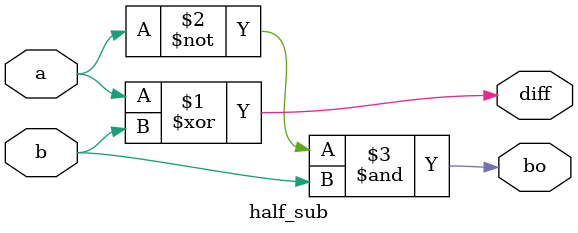
<source format=v>
module half_sub(a,b,diff,bo);
input a,b;
output diff,bo;
assign diff=a^b;
assign bo=(~a&b);
endmodule

</source>
